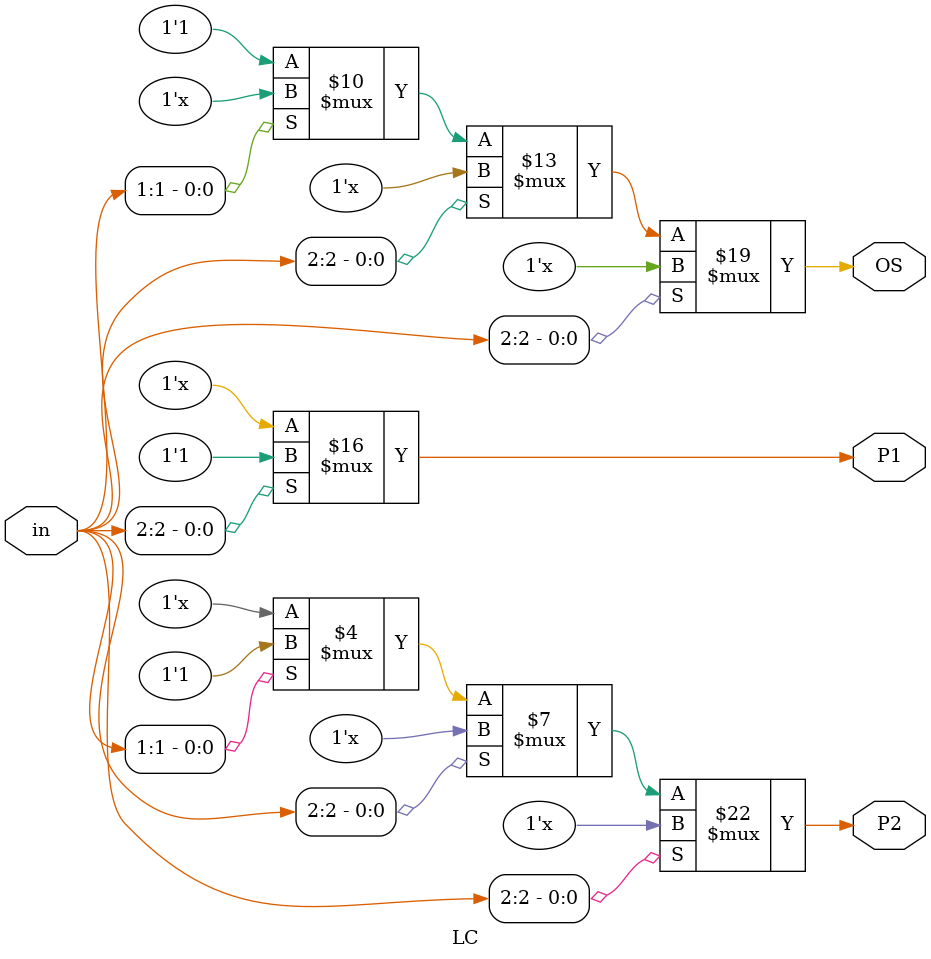
<source format=v>
module LC (in, P1, P2, OS);

    input [2:0] in;
    output reg P1, P2, OS;

    initial begin
        {P1, P2, OS} = 3'b000;
    end

    always @(in)
    begin
        if (in[2])
            P1 = 1;
        else
            begin
                if (in[1]) 
                    P2 = 1;
                else
                    OS = 1;
            end
    end

  /*  input [2:0] di;
	output reg p1, p2, os;

	always @(di)
		casex(di)
			3'b1xx: {p1,p2,os} = 3'b100;
			3'b01x: {p1,p2,os} = 3'b010;
			3'b001: {p1,p2,os} = 3'b001;
			default: {p1,p2,os} = 3'b000;
		endcase*/

endmodule
</source>
